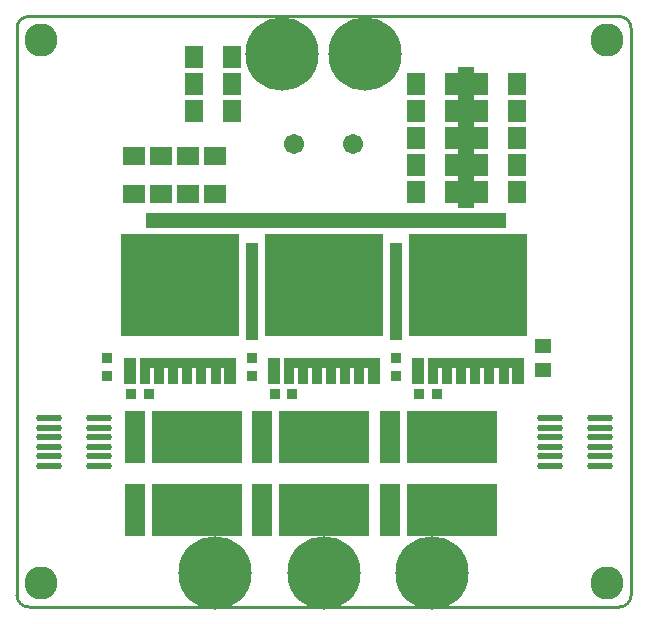
<source format=gts>
G04*
G04 #@! TF.GenerationSoftware,Altium Limited,Altium Designer,22.0.2 (36)*
G04*
G04 Layer_Color=8388736*
%FSLAX24Y24*%
%MOIN*%
G70*
G04*
G04 #@! TF.SameCoordinates,22A08989-F282-469C-B082-2707E795951A*
G04*
G04*
G04 #@! TF.FilePolarity,Negative*
G04*
G01*
G75*
%ADD14C,0.0100*%
%ADD20R,0.0701X0.1720*%
%ADD21R,0.3039X0.1720*%
%ADD22R,0.0582X0.0486*%
%ADD23R,0.0358X0.0380*%
%ADD24R,0.0394X0.0906*%
%ADD25R,0.0354X0.0906*%
%ADD26R,0.3220X0.0354*%
%ADD27R,0.3976X0.3386*%
%ADD28O,0.0867X0.0218*%
%ADD29R,0.0625X0.0720*%
%ADD30R,0.0380X0.0358*%
%ADD31R,0.0720X0.0625*%
%ADD32C,0.0300*%
%ADD33C,0.2442*%
%ADD34C,0.1104*%
%ADD35C,0.0671*%
G36*
X15244Y13300D02*
X14694D01*
Y18000D01*
X15244D01*
Y13300D01*
D02*
G37*
G36*
X16294Y12650D02*
X4294D01*
Y13150D01*
X16294D01*
Y12650D01*
D02*
G37*
G36*
X12828Y8900D02*
X12428D01*
Y12150D01*
X12828D01*
Y8900D01*
D02*
G37*
G36*
X8044D02*
X7644D01*
Y12150D01*
X8044D01*
Y8900D01*
D02*
G37*
D14*
X20079Y0D02*
G03*
X20472Y394I0J394D01*
G01*
Y19291D02*
G03*
X20079Y19685I-394J0D01*
G01*
X394D02*
G03*
X0Y19291I0J-394D01*
G01*
Y394D02*
G03*
X394Y0I394J0D01*
G01*
Y19685D02*
X20079D01*
X394Y0D02*
X20079D01*
X0Y394D02*
Y19291D01*
X20472Y394D02*
Y19291D01*
D20*
X3939Y3250D02*
D03*
Y5672D02*
D03*
X12441D02*
D03*
Y3250D02*
D03*
X8165Y5672D02*
D03*
Y3250D02*
D03*
D21*
X6010D02*
D03*
Y5672D02*
D03*
X14512D02*
D03*
Y3250D02*
D03*
X10235Y5672D02*
D03*
Y3250D02*
D03*
D22*
X17550Y8694D02*
D03*
Y7906D02*
D03*
D23*
X3803Y7100D02*
D03*
X4397D02*
D03*
X13395D02*
D03*
X13988D02*
D03*
X8589D02*
D03*
X9182D02*
D03*
D24*
X3778Y7874D02*
D03*
X7105D02*
D03*
X16704D02*
D03*
X13377D02*
D03*
X11897D02*
D03*
X8571D02*
D03*
D25*
X4261D02*
D03*
X4733D02*
D03*
X5206D02*
D03*
X5678D02*
D03*
X6150D02*
D03*
X6623D02*
D03*
X16222D02*
D03*
X15749D02*
D03*
X15277D02*
D03*
X14804D02*
D03*
X14332D02*
D03*
X13859D02*
D03*
X11415D02*
D03*
X10943D02*
D03*
X10470D02*
D03*
X9998D02*
D03*
X9525D02*
D03*
X9053D02*
D03*
D26*
X5694Y8150D02*
D03*
X15293D02*
D03*
X10486D02*
D03*
D27*
X5442Y10748D02*
D03*
X15041D02*
D03*
X10234D02*
D03*
D28*
X17767Y5971D02*
D03*
Y5656D02*
D03*
Y5341D02*
D03*
Y5026D02*
D03*
Y4711D02*
D03*
X19420D02*
D03*
Y5026D02*
D03*
Y5341D02*
D03*
Y5656D02*
D03*
Y5971D02*
D03*
Y6286D02*
D03*
X17767D02*
D03*
X2720Y4711D02*
D03*
Y5026D02*
D03*
Y5341D02*
D03*
Y5656D02*
D03*
Y5971D02*
D03*
Y6286D02*
D03*
X1067Y4711D02*
D03*
Y5026D02*
D03*
Y5341D02*
D03*
Y5656D02*
D03*
Y5971D02*
D03*
Y6286D02*
D03*
D29*
X14571Y15650D02*
D03*
X13317D02*
D03*
X14571Y13850D02*
D03*
X13317D02*
D03*
Y14750D02*
D03*
X14571D02*
D03*
X16671Y17450D02*
D03*
X15417D02*
D03*
X5917Y16550D02*
D03*
X7171D02*
D03*
X5917Y17450D02*
D03*
X7171D02*
D03*
X5917Y18350D02*
D03*
X7171D02*
D03*
X13317Y17450D02*
D03*
X14571D02*
D03*
X16671Y16550D02*
D03*
X15417D02*
D03*
X13317D02*
D03*
X14571D02*
D03*
X16671Y13850D02*
D03*
X15417D02*
D03*
X16671Y14750D02*
D03*
X15417D02*
D03*
X16671Y15650D02*
D03*
X15417D02*
D03*
D30*
X7836Y7703D02*
D03*
Y8297D02*
D03*
X2994D02*
D03*
Y7703D02*
D03*
X12628Y8297D02*
D03*
Y7703D02*
D03*
D31*
X3894Y15027D02*
D03*
Y13773D02*
D03*
X4794Y15027D02*
D03*
Y13773D02*
D03*
X5694Y15027D02*
D03*
Y13773D02*
D03*
X6594Y15027D02*
D03*
Y13773D02*
D03*
D32*
X8850Y19050D02*
D03*
X8426Y18874D02*
D03*
X8250Y18450D02*
D03*
X8426Y18026D02*
D03*
X8850Y17850D02*
D03*
X9274Y18026D02*
D03*
X9450Y18450D02*
D03*
X9274Y18874D02*
D03*
X10224Y1750D02*
D03*
X9800Y1574D02*
D03*
X9624Y1150D02*
D03*
X9800Y726D02*
D03*
X10224Y550D02*
D03*
X10649Y726D02*
D03*
X10824Y1150D02*
D03*
X10649Y1574D02*
D03*
X6600Y1750D02*
D03*
X6176Y1574D02*
D03*
X6000Y1150D02*
D03*
X6176Y726D02*
D03*
X6600Y550D02*
D03*
X7024Y726D02*
D03*
X7200Y1150D02*
D03*
X7024Y1574D02*
D03*
X14274D02*
D03*
X14450Y1150D02*
D03*
X14274Y726D02*
D03*
X13850Y550D02*
D03*
X13426Y726D02*
D03*
X13250Y1150D02*
D03*
X13426Y1574D02*
D03*
X13850Y1750D02*
D03*
X12024Y18874D02*
D03*
X12200Y18450D02*
D03*
X12024Y18026D02*
D03*
X11600Y17850D02*
D03*
X11176Y18026D02*
D03*
X11000Y18450D02*
D03*
X11176Y18874D02*
D03*
X11600Y19050D02*
D03*
D33*
X8850Y18450D02*
D03*
X10224Y1150D02*
D03*
X6600D02*
D03*
X13850D02*
D03*
X11600Y18450D02*
D03*
D34*
X19685Y18898D02*
D03*
Y787D02*
D03*
X787Y18898D02*
D03*
Y787D02*
D03*
D35*
X9238Y15450D02*
D03*
X11206D02*
D03*
M02*

</source>
